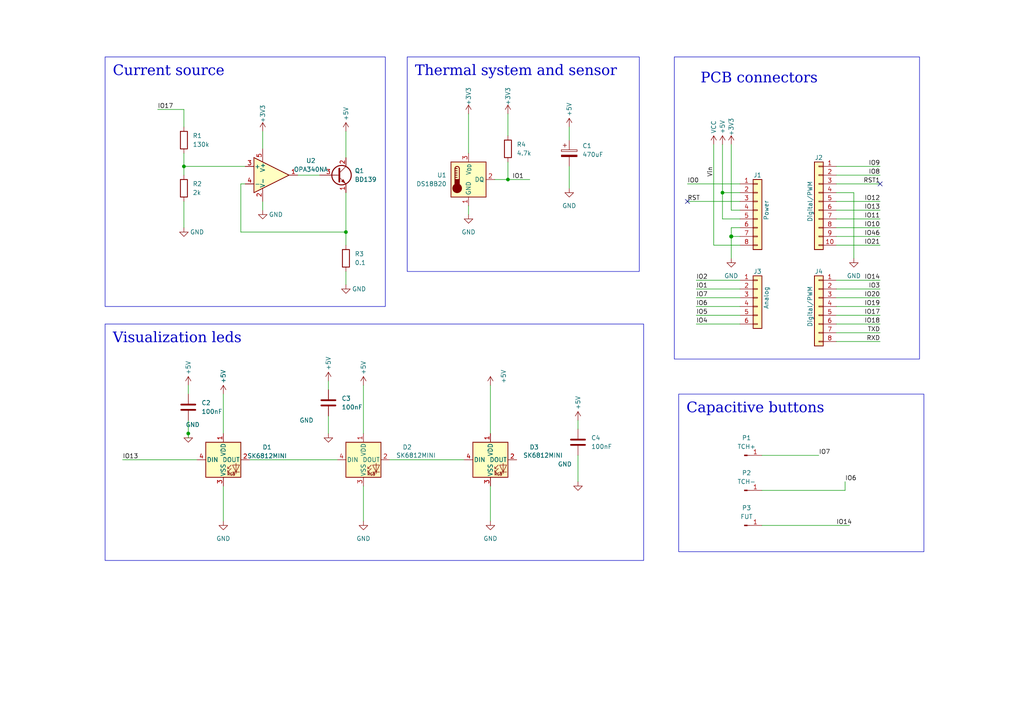
<source format=kicad_sch>
(kicad_sch (version 20230121) (generator eeschema)
  (paper "A4")
  (title_block (title "Thermal system for teaching control and IoT") (date "2024-05-16") (rev "1.2") (company "Leonardo Bermeo") (comment 1 "Universidad Nacional de Colombia") (comment 2 "DIEE"))
  (lib_symbols
    (symbol "+3V3_1" (power) (pin_names (offset 0))
      (property "Value" "+3V3_1" (at 0 3.556 0))
      (symbol "+3V3_1_0_1"
        (polyline (pts (xy -0.762 1.27) (xy 0 2.54)))
        (polyline (pts (xy 0 0) (xy 0 2.54)))
        (polyline (pts (xy 0 2.54) (xy 0.762 1.27)))
      )
      (symbol "+3V3_1_1_1"
        (pin power_in line (at 0 0 90) (length 0) hide (name "+3V3") (number "1"))
      )
    )
    (symbol "+3V3_2" (power) (pin_numbers hide) (pin_names (offset 0) hide)
      (property "Value" "+3V3_2" (at 0 3.556 0))
      (symbol "+3V3_2_0_1"
        (polyline (pts (xy -0.762 1.27) (xy 0 2.54)))
        (polyline (pts (xy 0 0) (xy 0 2.54)))
        (polyline (pts (xy 0 2.54) (xy 0.762 1.27)))
      )
      (symbol "+3V3_2_1_1"
        (pin power_in line (at 0 0 90) (length 0) hide (name "+3V3") (number "1"))
      )
    )
    (symbol "+5V_1" (power) (pin_names (offset 0))
      (property "Value" "+5V_1" (at 0 3.556 0))
      (symbol "+5V_1_0_1"
        (polyline (pts (xy -0.762 1.27) (xy 0 2.54)))
        (polyline (pts (xy 0 0) (xy 0 2.54)))
        (polyline (pts (xy 0 2.54) (xy 0.762 1.27)))
      )
      (symbol "+5V_1_1_1"
        (pin power_in line (at 0 0 90) (length 0) hide (name "+5V") (number "1"))
      )
    )
    (symbol "+5V_2" (power) (pin_numbers hide) (pin_names (offset 0) hide)
      (property "Value" "+5V_2" (at 0 3.556 0))
      (symbol "+5V_2_0_1"
        (polyline (pts (xy -0.762 1.27) (xy 0 2.54)))
        (polyline (pts (xy 0 0) (xy 0 2.54)))
        (polyline (pts (xy 0 2.54) (xy 0.762 1.27)))
      )
      (symbol "+5V_2_1_1"
        (pin power_in line (at 0 0 90) (length 0) hide (name "+5V") (number "1"))
      )
    )
    (symbol "Amplifier_Operational:OPA340NA" (pin_names (offset 0.127))
      (property "Reference" "U" (at -1.27 6.35 0))
      (property "Value" "OPA340NA" (at -1.27 3.81 0))
      (symbol "OPA340NA_0_1"
        (polyline (pts (xy -5.08 5.08) (xy 5.08 0) (xy -5.08 -5.08) (xy -5.08 5.08)) (stroke (width 0.254)) (fill (type background)))
        (pin power_in line (at -2.54 -7.62 90) (length 3.81) (name "V-") (number "2"))
        (pin power_in line (at -2.54 7.62 270) (length 3.81) (name "V+") (number "5"))
      )
      (symbol "OPA340NA_1_1"
        (pin output line (at 7.62 0 180) (length 2.54) (name "~") (number "1"))
        (pin input line (at -7.62 2.54 0) (length 2.54) (name "+") (number "3"))
        (pin input line (at -7.62 -2.54 0) (length 2.54) (name "-") (number "4"))
      )
    )
    (symbol "Connector:Conn_01x01_Pin" (pin_names (offset 1.016) hide)
      (property "Reference" "J" (at 0 2.54 0))
      (property "Value" "Conn_01x01_Pin" (at 0 -2.54 0))
      (symbol "Conn_01x01_Pin_1_1"
        (polyline (pts (xy 1.27 0) (xy 0.8636 0)) (stroke (width 0.1524)))
        (rectangle (start 0.8636 0.127) (end 0 -0.127) (stroke (width 0.1524)) (fill (type outline)))
        (pin passive line (at 5.08 0 180) (length 3.81) (name "Pin_1") (number "1"))
      )
    )
    (symbol "Connector_Generic:Conn_01x06" (pin_names (offset 1.016) hide)
      (property "Reference" "J" (at 0 7.62 0))
      (property "Value" "Conn_01x06" (at 0 -10.16 0))
      (symbol "Conn_01x06_1_1"
        (rectangle (start -1.27 -7.493) (end 0 -7.747) (stroke (width 0.1524)))
        (rectangle (start -1.27 -4.953) (end 0 -5.207) (stroke (width 0.1524)))
        (rectangle (start -1.27 -2.413) (end 0 -2.667) (stroke (width 0.1524)))
        (rectangle (start -1.27 0.127) (end 0 -0.127) (stroke (width 0.1524)))
        (rectangle (start -1.27 2.667) (end 0 2.413) (stroke (width 0.1524)))
        (rectangle (start -1.27 5.207) (end 0 4.953) (stroke (width 0.1524)))
        (rectangle (start -1.27 6.35) (end 1.27 -8.89) (stroke (width 0.254)) (fill (type background)))
        (pin passive line (at -5.08 5.08 0) (length 3.81) (name "Pin_1") (number "1"))
        (pin passive line (at -5.08 2.54 0) (length 3.81) (name "Pin_2") (number "2"))
        (pin passive line (at -5.08 0 0) (length 3.81) (name "Pin_3") (number "3"))
        (pin passive line (at -5.08 -2.54 0) (length 3.81) (name "Pin_4") (number "4"))
        (pin passive line (at -5.08 -5.08 0) (length 3.81) (name "Pin_5") (number "5"))
        (pin passive line (at -5.08 -7.62 0) (length 3.81) (name "Pin_6") (number "6"))
      )
    )
    (symbol "Connector_Generic:Conn_01x08" (pin_names (offset 1.016) hide)
      (property "Reference" "J" (at 0 10.16 0))
      (property "Value" "Conn_01x08" (at 0 -12.7 0))
      (symbol "Conn_01x08_1_1"
        (rectangle (start -1.27 -10.033) (end 0 -10.287) (stroke (width 0.1524)))
        (rectangle (start -1.27 -7.493) (end 0 -7.747) (stroke (width 0.1524)))
        (rectangle (start -1.27 -4.953) (end 0 -5.207) (stroke (width 0.1524)))
        (rectangle (start -1.27 -2.413) (end 0 -2.667) (stroke (width 0.1524)))
        (rectangle (start -1.27 0.127) (end 0 -0.127) (stroke (width 0.1524)))
        (rectangle (start -1.27 2.667) (end 0 2.413) (stroke (width 0.1524)))
        (rectangle (start -1.27 5.207) (end 0 4.953) (stroke (width 0.1524)))
        (rectangle (start -1.27 7.747) (end 0 7.493) (stroke (width 0.1524)))
        (rectangle (start -1.27 8.89) (end 1.27 -11.43) (stroke (width 0.254)) (fill (type background)))
        (pin passive line (at -5.08 7.62 0) (length 3.81) (name "Pin_1") (number "1"))
        (pin passive line (at -5.08 5.08 0) (length 3.81) (name "Pin_2") (number "2"))
        (pin passive line (at -5.08 2.54 0) (length 3.81) (name "Pin_3") (number "3"))
        (pin passive line (at -5.08 0 0) (length 3.81) (name "Pin_4") (number "4"))
        (pin passive line (at -5.08 -2.54 0) (length 3.81) (name "Pin_5") (number "5"))
        (pin passive line (at -5.08 -5.08 0) (length 3.81) (name "Pin_6") (number "6"))
        (pin passive line (at -5.08 -7.62 0) (length 3.81) (name "Pin_7") (number "7"))
        (pin passive line (at -5.08 -10.16 0) (length 3.81) (name "Pin_8") (number "8"))
      )
    )
    (symbol "Connector_Generic:Conn_01x10" (pin_names (offset 1.016) hide)
      (property "Reference" "J" (at 0 12.7 0))
      (property "Value" "Conn_01x10" (at 0 -15.24 0))
      (symbol "Conn_01x10_1_1"
        (rectangle (start -1.27 -12.573) (end 0 -12.827) (stroke (width 0.1524)))
        (rectangle (start -1.27 -10.033) (end 0 -10.287) (stroke (width 0.1524)))
        (rectangle (start -1.27 -7.493) (end 0 -7.747) (stroke (width 0.1524)))
        (rectangle (start -1.27 -4.953) (end 0 -5.207) (stroke (width 0.1524)))
        (rectangle (start -1.27 -2.413) (end 0 -2.667) (stroke (width 0.1524)))
        (rectangle (start -1.27 0.127) (end 0 -0.127) (stroke (width 0.1524)))
        (rectangle (start -1.27 2.667) (end 0 2.413) (stroke (width 0.1524)))
        (rectangle (start -1.27 5.207) (end 0 4.953) (stroke (width 0.1524)))
        (rectangle (start -1.27 7.747) (end 0 7.493) (stroke (width 0.1524)))
        (rectangle (start -1.27 10.287) (end 0 10.033) (stroke (width 0.1524)))
        (rectangle (start -1.27 11.43) (end 1.27 -13.97) (stroke (width 0.254)) (fill (type background)))
        (pin passive line (at -5.08 10.16 0) (length 3.81) (name "Pin_1") (number "1"))
        (pin passive line (at -5.08 -12.7 0) (length 3.81) (name "Pin_10") (number "10"))
        (pin passive line (at -5.08 7.62 0) (length 3.81) (name "Pin_2") (number "2"))
        (pin passive line (at -5.08 5.08 0) (length 3.81) (name "Pin_3") (number "3"))
        (pin passive line (at -5.08 2.54 0) (length 3.81) (name "Pin_4") (number "4"))
        (pin passive line (at -5.08 0 0) (length 3.81) (name "Pin_5") (number "5"))
        (pin passive line (at -5.08 -2.54 0) (length 3.81) (name "Pin_6") (number "6"))
        (pin passive line (at -5.08 -5.08 0) (length 3.81) (name "Pin_7") (number "7"))
        (pin passive line (at -5.08 -7.62 0) (length 3.81) (name "Pin_8") (number "8"))
        (pin passive line (at -5.08 -10.16 0) (length 3.81) (name "Pin_9") (number "9"))
      )
    )
    (symbol "Device:C" (pin_numbers hide) (pin_names (offset 0.254))
      (property "Reference" "C" (at 0.635 2.54 0))
      (property "Value" "C" (at 0.635 -2.54 0))
      (symbol "C_0_1"
        (polyline (pts (xy -2.032 -0.762) (xy 2.032 -0.762)) (stroke (width 0.508)))
        (polyline (pts (xy -2.032 0.762) (xy 2.032 0.762)) (stroke (width 0.508)))
      )
      (symbol "C_1_1"
        (pin passive line (at 0 3.81 270) (length 2.794) (name "~") (number "1"))
        (pin passive line (at 0 -3.81 90) (length 2.794) (name "~") (number "2"))
      )
    )
    (symbol "Device:C_Polarized" (pin_numbers hide) (pin_names (offset 0.254))
      (property "Reference" "C" (at 0.635 2.54 0))
      (property "Value" "C_Polarized" (at 0.635 -2.54 0))
      (symbol "C_Polarized_0_1"
        (rectangle (start -2.286 0.508) (end 2.286 1.016))
        (polyline (pts (xy -1.778 2.286) (xy -0.762 2.286)))
        (polyline (pts (xy -1.27 2.794) (xy -1.27 1.778)))
        (rectangle (start 2.286 -0.508) (end -2.286 -1.016) (fill (type outline)))
      )
      (symbol "C_Polarized_1_1"
        (pin passive line (at 0 3.81 270) (length 2.794) (name "~") (number "1"))
        (pin passive line (at 0 -3.81 90) (length 2.794) (name "~") (number "2"))
      )
    )
    (symbol "Device:R" (pin_numbers hide) (pin_names (offset 0))
      (property "Reference" "R" (at 2.032 0 90))
      (property "Value" "R" (at 0 0 90))
      (symbol "R_0_1"
        (rectangle (start -1.016 -2.54) (end 1.016 2.54) (stroke (width 0.254)))
      )
      (symbol "R_1_1"
        (pin passive line (at 0 3.81 270) (length 1.27) (name "~") (number "1"))
        (pin passive line (at 0 -3.81 90) (length 1.27) (name "~") (number "2"))
      )
    )
    (symbol "GND_1" (power) (pin_names (offset 0))
      (property "Value" "GND_1" (at 0 -3.81 0))
      (symbol "GND_1_0_1"
        (polyline (pts (xy 0 0) (xy 0 -1.27) (xy 1.27 -1.27) (xy 0 -2.54) (xy -1.27 -1.27) (xy 0 -1.27)))
      )
      (symbol "GND_1_1_1"
        (pin power_in line (at 0 0 270) (length 0) hide (name "GND") (number "1"))
      )
    )
    (symbol "GND_2" (power) (pin_numbers hide) (pin_names (offset 0) hide)
      (property "Value" "GND_2" (at 0 -3.81 0))
      (symbol "GND_2_0_1"
        (polyline (pts (xy 0 0) (xy 0 -1.27) (xy 1.27 -1.27) (xy 0 -2.54) (xy -1.27 -1.27) (xy 0 -1.27)))
      )
      (symbol "GND_2_1_1"
        (pin power_in line (at 0 0 270) (length 0) hide (name "GND") (number "1"))
      )
    )
    (symbol "GND_3" (power) (pin_numbers hide) (pin_names (offset 0) hide)
      (property "Value" "GND_3" (at 0 -3.81 0))
      (symbol "GND_3_0_1"
        (polyline (pts (xy 0 0) (xy 0 -1.27) (xy 1.27 -1.27) (xy 0 -2.54) (xy -1.27 -1.27) (xy 0 -1.27)))
      )
      (symbol "GND_3_1_1"
        (pin power_in line (at 0 0 270) (length 0) hide (name "GND") (number "1"))
      )
    )
    (symbol "GND_4" (power) (pin_numbers hide) (pin_names (offset 0) hide)
      (property "Value" "GND_4" (at 0 -3.81 0))
      (symbol "GND_4_0_1"
        (polyline (pts (xy 0 0) (xy 0 -1.27) (xy 1.27 -1.27) (xy 0 -2.54) (xy -1.27 -1.27) (xy 0 -1.27)))
      )
      (symbol "GND_4_1_1"
        (pin power_in line (at 0 0 270) (length 0) hide (name "GND") (number "1"))
      )
    )
    (symbol "LED:WS2812B" (pin_names (offset 0.254))
      (property "Reference" "D" (at 5.08 5.715 0))
      (property "Value" "WS2812B" (at 1.27 -5.715 0))
      (symbol "WS2812B_0_0"
        (text "RGB" (at 2.286 -4.191 0) (effects (font (size 0.762 0.762))))
      )
      (symbol "WS2812B_0_1"
        (polyline (pts (xy 1.27 -3.556) (xy 1.778 -3.556)))
        (polyline (pts (xy 1.27 -2.54) (xy 1.778 -2.54)))
        (polyline (pts (xy 4.699 -3.556) (xy 2.667 -3.556)))
        (polyline (pts (xy 2.286 -2.54) (xy 1.27 -3.556) (xy 1.27 -3.048)))
        (polyline (pts (xy 2.286 -1.524) (xy 1.27 -2.54) (xy 1.27 -2.032)))
        (polyline (pts (xy 3.683 -1.016) (xy 3.683 -3.556) (xy 3.683 -4.064)))
        (polyline (pts (xy 4.699 -1.524) (xy 2.667 -1.524) (xy 3.683 -3.556) (xy 4.699 -1.524)))
        (rectangle (start 5.08 5.08) (end -5.08 -5.08) (stroke (width 0.254)) (fill (type background)))
      )
      (symbol "WS2812B_1_1"
        (pin power_in line (at 0 7.62 270) (length 2.54) (name "VDD") (number "1"))
        (pin output line (at 7.62 0 180) (length 2.54) (name "DOUT") (number "2"))
        (pin power_in line (at 0 -7.62 90) (length 2.54) (name "VSS") (number "3"))
        (pin input line (at -7.62 0 0) (length 2.54) (name "DIN") (number "4"))
      )
    )
    (symbol "Sensor_Temperature:DS18B20"
      (property "Reference" "U" (at -3.81 6.35 0))
      (property "Value" "DS18B20" (at 6.35 6.35 0))
      (symbol "DS18B20_0_1"
        (rectangle (start -5.08 5.08) (end 5.08 -5.08) (stroke (width 0.254)) (fill (type background)))
        (circle (center -3.302 -2.54) (radius 1.27) (stroke (width 0.254)) (fill (type outline)))
        (rectangle (start -2.667 -1.905) (end -3.937 0) (stroke (width 0.254)) (fill (type outline)))
        (arc (start -2.667 3.175) (mid -3.302 3.8073) (end -3.937 3.175) (stroke (width 0.254)))
        (polyline (pts (xy -3.937 0.635) (xy -3.302 0.635)) (stroke (width 0.254)))
        (polyline (pts (xy -3.937 1.27) (xy -3.302 1.27)) (stroke (width 0.254)))
        (polyline (pts (xy -3.937 1.905) (xy -3.302 1.905)) (stroke (width 0.254)))
        (polyline (pts (xy -3.937 2.54) (xy -3.302 2.54)) (stroke (width 0.254)))
        (polyline (pts (xy -3.937 3.175) (xy -3.937 0)) (stroke (width 0.254)))
        (polyline (pts (xy -3.937 3.175) (xy -3.302 3.175)) (stroke (width 0.254)))
        (polyline (pts (xy -2.667 3.175) (xy -2.667 0)) (stroke (width 0.254)))
      )
      (symbol "DS18B20_1_1"
        (pin power_in line (at 0 -7.62 90) (length 2.54) (name "GND") (number "1"))
        (pin bidirectional line (at 7.62 0 180) (length 2.54) (name "DQ") (number "2"))
        (pin power_in line (at 0 7.62 270) (length 2.54) (name "V_{DD}") (number "3"))
      )
    )
    (symbol "Transistor_BJT:BD139" (pin_names (offset 0) hide)
      (property "Reference" "Q" (at 5.08 1.905 0))
      (property "Value" "BD139" (at 5.08 0 0))
      (symbol "BD139_0_1"
        (polyline (pts (xy 0 0) (xy 0.635 0)))
        (polyline (pts (xy 2.54 -2.54) (xy 0.635 -0.635)))
        (polyline (pts (xy 2.54 2.54) (xy 0.635 0.635)))
        (polyline (pts (xy 0.635 1.905) (xy 0.635 -1.905) (xy 0.635 -1.905)) (stroke (width 0.508)) (fill (type outline)))
        (polyline (pts (xy 1.2446 -1.778) (xy 1.7526 -1.27) (xy 2.286 -2.286) (xy 1.2446 -1.778) (xy 1.2446 -1.778)) (fill (type outline)))
        (circle (center 1.27 0) (radius 2.8194) (stroke (width 0.3048)))
      )
      (symbol "BD139_1_1"
        (pin passive line (at 2.54 -5.08 90) (length 2.54) (name "E") (number "1"))
        (pin passive line (at 2.54 5.08 270) (length 2.54) (name "C") (number "2"))
        (pin input line (at -5.08 0 0) (length 5.08) (name "B") (number "3"))
      )
    )
    (symbol "VCC_1" (power) (pin_names (offset 0))
      (property "Value" "VCC_1" (at 0 3.81 0))
      (symbol "VCC_1_0_1"
        (polyline (pts (xy -0.762 1.27) (xy 0 2.54)))
        (polyline (pts (xy 0 0) (xy 0 2.54)))
        (polyline (pts (xy 0 2.54) (xy 0.762 1.27)))
      )
      (symbol "VCC_1_1_1"
        (pin power_in line (at 0 0 90) (length 0) hide (name "VCC") (number "1"))
      )
    )
  )
  (junction (at 54.61 125.73))
  (junction (at 212.09 68.58) (diameter 1.016))
  (junction (at 147.32 52.07))
  (junction (at 209.55 55.88))
  (junction (at 53.34 48.26))
  (junction (at 100.33 67.31))
  (no_connect (at 199.39 58.42))
  (no_connect (at 255.27 53.34))
  (wire (pts (xy 242.57 99.06) (xy 255.27 99.06)))
  (wire (pts (xy 76.2 38.1) (xy 76.2 43.18)))
  (wire (pts (xy 69.85 67.31) (xy 100.33 67.31)))
  (wire (pts (xy 242.57 66.04) (xy 255.27 66.04)))
  (wire (pts (xy 53.34 44.45) (xy 53.34 48.26)))
  (wire (pts (xy 95.25 110.49) (xy 95.25 113.03)))
  (wire (pts (xy 242.57 48.26) (xy 255.27 48.26)))
  (wire (pts (xy 209.55 55.88) (xy 214.63 55.88)))
  (wire (pts (xy 100.33 55.88) (xy 100.33 67.31)))
  (wire (pts (xy 113.03 133.35) (xy 134.62 133.35)))
  (wire (pts (xy 142.24 111.76) (xy 142.24 125.73)))
  (wire (pts (xy 147.32 33.02) (xy 147.32 39.37)))
  (wire (pts (xy 212.09 66.04) (xy 212.09 68.58)))
  (wire (pts (xy 53.34 48.26) (xy 53.34 50.8)))
  (wire (pts (xy 201.93 93.98) (xy 214.63 93.98)))
  (wire (pts (xy 69.85 53.34) (xy 71.12 53.34)))
  (wire (pts (xy 212.09 68.58) (xy 212.09 74.93)))
  (wire (pts (xy 167.64 132.08) (xy 167.64 139.7)))
  (wire (pts (xy 212.09 60.96) (xy 214.63 60.96)))
  (wire (pts (xy 209.55 63.5) (xy 214.63 63.5)))
  (wire (pts (xy 209.55 41.91) (xy 209.55 55.88)))
  (wire (pts (xy 247.65 55.88) (xy 247.65 74.93)))
  (wire (pts (xy 242.57 58.42) (xy 255.27 58.42)))
  (wire (pts (xy 69.85 53.34) (xy 69.85 67.31)))
  (wire (pts (xy 76.2 58.42) (xy 76.2 60.96)))
  (wire (pts (xy 212.09 41.91) (xy 212.09 60.96)))
  (wire (pts (xy 242.57 81.28) (xy 255.27 81.28)))
  (wire (pts (xy 214.63 81.28) (xy 201.93 81.28)))
  (wire (pts (xy 242.57 60.96) (xy 255.27 60.96)))
  (wire (pts (xy 220.98 132.08) (xy 237.49 132.08)))
  (wire (pts (xy 242.57 83.82) (xy 255.27 83.82)))
  (wire (pts (xy 53.34 58.42) (xy 53.34 66.04)))
  (wire (pts (xy 95.25 120.65) (xy 95.25 125.73)))
  (wire (pts (xy 199.39 53.34) (xy 214.63 53.34)))
  (wire (pts (xy 242.57 68.58) (xy 255.27 68.58)))
  (wire (pts (xy 147.32 52.07) (xy 153.67 52.07)))
  (wire (pts (xy 242.57 88.9) (xy 255.27 88.9)))
  (wire (pts (xy 35.56 133.35) (xy 57.15 133.35)))
  (wire (pts (xy 135.89 59.69) (xy 135.89 62.23)))
  (wire (pts (xy 53.34 31.75) (xy 53.34 36.83)))
  (wire (pts (xy 54.61 121.92) (xy 54.61 125.73)))
  (wire (pts (xy 135.89 33.02) (xy 135.89 44.45)))
  (wire (pts (xy 142.24 140.97) (xy 142.24 151.13)))
  (wire (pts (xy 100.33 67.31) (xy 100.33 71.12)))
  (wire (pts (xy 242.57 53.34) (xy 255.27 53.34)))
  (wire (pts (xy 100.33 78.74) (xy 100.33 82.55)))
  (wire (pts (xy 45.72 31.75) (xy 53.34 31.75)))
  (wire (pts (xy 214.63 86.36) (xy 201.93 86.36)))
  (wire (pts (xy 199.39 58.42) (xy 214.63 58.42)))
  (wire (pts (xy 214.63 68.58) (xy 212.09 68.58)))
  (wire (pts (xy 245.11 139.7) (xy 245.11 142.24)))
  (wire (pts (xy 214.63 71.12) (xy 207.01 71.12)))
  (wire (pts (xy 220.98 142.24) (xy 245.11 142.24)))
  (wire (pts (xy 167.64 121.92) (xy 167.64 124.46)))
  (wire (pts (xy 201.93 83.82) (xy 214.63 83.82)))
  (wire (pts (xy 105.41 140.97) (xy 105.41 151.13)))
  (wire (pts (xy 100.33 38.1) (xy 100.33 45.72)))
  (wire (pts (xy 242.57 55.88) (xy 247.65 55.88)))
  (wire (pts (xy 214.63 66.04) (xy 212.09 66.04)))
  (wire (pts (xy 72.39 133.35) (xy 97.79 133.35)))
  (wire (pts (xy 54.61 125.73) (xy 54.61 127)))
  (wire (pts (xy 242.57 63.5) (xy 255.27 63.5)))
  (wire (pts (xy 64.77 140.97) (xy 64.77 151.13)))
  (wire (pts (xy 209.55 55.88) (xy 209.55 63.5)))
  (wire (pts (xy 220.98 152.4) (xy 246.38 152.4)))
  (wire (pts (xy 242.57 86.36) (xy 255.27 86.36)))
  (wire (pts (xy 201.93 88.9) (xy 214.63 88.9)))
  (wire (pts (xy 54.61 111.76) (xy 54.61 114.3)))
  (wire (pts (xy 86.36 50.8) (xy 92.71 50.8)))
  (wire (pts (xy 71.12 48.26) (xy 53.34 48.26)))
  (wire (pts (xy 242.57 50.8) (xy 255.27 50.8)))
  (wire (pts (xy 105.41 111.76) (xy 105.41 125.73)))
  (wire (pts (xy 147.32 46.99) (xy 147.32 52.07)))
  (wire (pts (xy 242.57 93.98) (xy 255.27 93.98)))
  (wire (pts (xy 242.57 91.44) (xy 255.27 91.44)))
  (wire (pts (xy 165.1 36.83) (xy 165.1 40.64)))
  (wire (pts (xy 64.77 114.3) (xy 64.77 125.73)))
  (wire (pts (xy 165.1 48.26) (xy 165.1 54.61)))
  (wire (pts (xy 242.57 96.52) (xy 255.27 96.52)))
  (wire (pts (xy 207.01 41.91) (xy 207.01 71.12)))
  (wire (pts (xy 143.51 52.07) (xy 147.32 52.07)))
  (wire (pts (xy 214.63 91.44) (xy 201.93 91.44)))
  (wire (pts (xy 242.57 71.12) (xy 255.27 71.12)))
  (rectangle (start 195.58 16.51) (end 266.7 104.14))
  (text_box "Visualization leds" (at 30.48 93.98 0) (size 156.21 68.58) (effects (font (size 3 3)) (justify left top)))
  (text_box "Capacitive buttons" (at 196.85 114.3 0) (size 71.12 45.72) (effects (font (size 3 3)) (justify left top)))
  (text_box "Thermal system and sensor" (at 118.11 16.51 0) (size 67.31 62.23) (effects (font (size 3 3)) (justify left top)))
  (text_box "Current source" (at 30.48 16.51 0) (size 81.28 72.39) (effects (font (size 3 3)) (justify left top)))
  (text "PCB connectors" (at 203.2 25.4 0) (effects (font (size 3 3)) (justify left bottom)))
  (label "RXD" (at 255.27 99.06 180))
  (label "IO7" (at 201.93 86.36 0))
  (label "IO19" (at 255.27 88.9 180))
  (label "IO7" (at 237.49 132.08 0))
  (label "IO18" (at 255.27 93.98 180))
  (label "IO6" (at 201.93 88.9 0))
  (label "IO12" (at 255.27 58.42 180))
  (label "IO13" (at 255.27 60.96 180))
  (label "RST" (at 199.39 58.42 0))
  (label "IO10" (at 255.27 66.04 180))
  (label "IO13" (at 35.56 133.35 0))
  (label "IO14" (at 255.27 81.28 180))
  (label "IO8" (at 255.27 50.8 180))
  (label "IO21" (at 255.27 71.12 180))
  (label "IO17" (at 45.72 31.75 0))
  (label "IO11" (at 255.27 63.5 180))
  (label "IO17" (at 255.27 91.44 180))
  (label "IO1" (at 148.59 52.07 0))
  (label "IO1" (at 201.93 83.82 0))
  (label "TXD" (at 255.27 96.52 180))
  (label "IO2" (at 201.93 81.28 0))
  (label "RST1" (at 255.27 53.34 180))
  (label "Vin" (at 207.01 48.26 270))
  (label "IO3" (at 255.27 83.82 180))
  (label "IO9" (at 255.27 48.26 180))
  (label "IO46" (at 255.27 68.58 180))
  (label "IO14" (at 242.57 152.4 0))
  (label "IO20" (at 255.27 86.36 180))
  (label "IO5" (at 201.93 91.44 0))
  (label "IO4" (at 201.93 93.98 0))
  (label "IO6" (at 245.11 139.7 0))
  (label "IO0" (at 199.39 53.34 0))
  (symbol (lib_id "Connector_Generic:Conn_01x08") (at 219.71 60.96 0) (unit 1)
    (property "Reference" "J1" (at 219.71 50.8 0))
    (property "Value" "Power" (at 222.25 60.96 90))
    (property "Footprint" "Connector_PinSocket_2.54mm:PinSocket_1x08_P2.54mm_Vertical" (effects hide))
  )
  (symbol (lib_id "Connector_Generic:Conn_01x10") (at 237.49 58.42 0) (mirror y) (unit 1)
    (property "Reference" "J2" (at 237.49 45.72 0))
    (property "Value" "Digital/PWM" (at 234.95 58.42 90))
    (property "Footprint" "Connector_PinSocket_2.54mm:PinSocket_1x10_P2.54mm_Vertical" (effects hide))
  )
  (symbol (lib_id "Connector_Generic:Conn_01x06") (at 219.71 86.36 0) (unit 1)
    (property "Reference" "J3" (at 219.71 78.74 0))
    (property "Value" "Analog" (at 222.25 86.36 90))
    (property "Footprint" "Connector_PinSocket_2.54mm:PinSocket_1x06_P2.54mm_Vertical" (effects hide))
  )
  (symbol (lib_id "Connector_Generic:Conn_01x08") (at 237.49 88.9 0) (mirror y) (unit 1)
    (property "Reference" "J4" (at 237.49 78.74 0))
    (property "Value" "Digital/PWM" (at 234.95 88.9 90))
    (property "Footprint" "Connector_PinSocket_2.54mm:PinSocket_1x08_P2.54mm_Vertical" (effects hide))
  )
  (symbol (lib_id "Device:R") (at 147.32 43.18 0) (unit 1)
    (property "Reference" "R4" (at 149.86 41.91 0) (effects (justify left)))
    (property "Value" "4.7k" (at 149.86 44.45 0) (effects (justify left)))
    (property "Footprint" "Resistor_SMD:R_0805_2012Metric_Pad1.20x1.40mm_HandSolder" (effects hide))
  )
  (symbol (lib_id "LED:WS2812B") (at 64.77 133.35 0) (unit 1)
    (property "Reference" "D1" (at 77.47 129.7021 0))
    (property "Value" "SK6812MINI" (at 77.47 132.2421 0))
    (property "Footprint" "LED_SMD:LED_SK6812MINI_PLCC4_3.5x3.5mm_P1.75mm" (effects hide))
    (property "Datasheet" "https://cdn-shop.adafruit.com/datasheets/WS2812B.pdf" (effects hide))
  )
  (symbol (lib_name "+5V_1") (lib_id "power:+5V") (at 95.25 110.49 0) (unit 1)
    (property "Reference" "#PWR022" (effects hide))
    (property "Value" "+5V" (at 95.25 105.41 90))
  )
  (symbol (lib_name "+5V_1") (lib_id "power:+5V") (at 105.41 111.76 0) (unit 1)
    (property "Reference" "#PWR017" (effects hide))
    (property "Value" "+5V" (at 105.41 106.68 90))
  )
  (symbol (lib_name "+5V_1") (lib_id "power:+5V") (at 209.55 41.91 0) (unit 1)
    (property "Reference" "#PWR01" (effects hide))
    (property "Value" "+5V" (at 209.55 36.83 90))
  )
  (symbol (lib_id "Device:C_Polarized") (at 165.1 44.45 0) (unit 1)
    (property "Reference" "C1" (at 168.91 42.291 0) (effects (justify left)))
    (property "Value" "470uF" (at 168.91 44.831 0) (effects (justify left)))
    (property "Footprint" "Capacitor_Tantalum_SMD:CP_EIA-7343-30_AVX-N_Pad2.25x2.55mm_HandSolder" (effects hide))
  )
  (symbol (lib_name "GND_1") (lib_id "power:GND") (at 142.24 151.13 0) (unit 1)
    (property "Reference" "#PWR025" (effects hide))
    (property "Value" "GND" (at 142.24 156.21 0))
  )
  (symbol (lib_name "GND_1") (lib_id "power:GND") (at 135.89 62.23 0) (unit 1)
    (property "Reference" "#PWR07" (effects hide))
    (property "Value" "GND" (at 135.89 67.31 0))
  )
  (symbol (lib_id "Device:R") (at 53.34 54.61 180) (unit 1)
    (property "Reference" "R2" (at 55.88 53.34 0) (effects (justify right)))
    (property "Value" "2k" (at 55.88 55.88 0) (effects (justify right)))
    (property "Footprint" "Resistor_SMD:R_0805_2012Metric_Pad1.20x1.40mm_HandSolder" (effects hide))
  )
  (symbol (lib_id "LED:WS2812B") (at 142.24 133.35 0) (unit 1)
    (property "Reference" "D3" (at 154.94 129.7021 0))
    (property "Value" "SK6812MINI" (at 157.48 132.08 0))
    (property "Footprint" "LED_SMD:LED_SK6812MINI_PLCC4_3.5x3.5mm_P1.75mm" (effects hide))
    (property "Datasheet" "https://cdn-shop.adafruit.com/datasheets/WS2812B.pdf" (effects hide))
  )
  (symbol (lib_id "Transistor_BJT:BD139") (at 97.79 50.8 0) (unit 1)
    (property "Reference" "Q1" (at 102.87 49.53 0) (effects (justify left)))
    (property "Value" "BD139" (at 102.87 52.07 0) (effects (justify left)))
    (property "Footprint" "Package_TO_SOT_THT:TO-126-3_Vertical" (effects hide))
    (property "Datasheet" "http://www.st.com/internet/com/TECHNICAL_RESOURCES/TECHNICAL_LITERATURE/DATASHEET/CD00001225.pdf" (effects hide))
  )
  (symbol (lib_id "Amplifier_Operational:OPA340NA") (at 78.74 50.8 0) (unit 1)
    (property "Reference" "U2" (at 90.17 46.6091 0))
    (property "Value" "OPA340NA" (at 90.17 49.1491 0))
    (property "Footprint" "Package_TO_SOT_SMD:SOT-23-5" (effects hide))
    (property "Datasheet" "http://www.ti.com/lit/ds/symlink/opa340.pdf" (effects hide))
  )
  (symbol (lib_name "GND_1") (lib_id "power:GND") (at 165.1 54.61 0) (unit 1)
    (property "Reference" "#PWR012" (effects hide))
    (property "Value" "GND" (at 165.1 59.69 0))
  )
  (symbol (lib_id "Device:R") (at 100.33 74.93 0) (unit 1)
    (property "Reference" "R3" (at 102.87 73.66 0) (effects (justify left)))
    (property "Value" "0.1" (at 102.87 76.2 0) (effects (justify left)))
    (property "Footprint" "Resistor_SMD:R_0805_2012Metric_Pad1.20x1.40mm_HandSolder" (effects hide))
  )
  (symbol (lib_name "+5V_1") (lib_id "power:+5V") (at 165.1 36.83 0) (unit 1)
    (property "Reference" "#PWR011" (effects hide))
    (property "Value" "+5V" (at 165.1 31.75 90))
  )
  (symbol (lib_name "GND_1") (lib_id "power:GND") (at 167.64 139.7 0) (unit 1)
    (property "Reference" "#PWR027" (effects hide))
    (property "Value" "GND" (at 163.83 134.62 0))
  )
  (symbol (lib_name "+5V_1") (lib_id "power:+5V") (at 142.24 111.76 0) (unit 1)
    (property "Reference" "#PWR024" (effects hide))
    (property "Value" "+5V" (at 146.05 109.22 90))
  )
  (symbol (lib_name "GND_2") (lib_id "power:GND") (at 76.2 60.96 0) (unit 1)
    (property "Reference" "#PWR014" (effects hide))
    (property "Value" "GND" (at 80.01 62.23 0))
  )
  (symbol (lib_name "GND_1") (lib_id "power:GND") (at 212.09 74.93 0) (unit 1)
    (property "Reference" "#PWR06" (effects hide))
    (property "Value" "GND" (at 212.09 80.01 0))
  )
  (symbol (lib_id "Sensor_Temperature:DS18B20") (at 135.89 52.07 0) (unit 1)
    (property "Reference" "U1" (at 129.54 50.8 0) (effects (justify right)))
    (property "Value" "DS18B20" (at 129.54 53.34 0) (effects (justify right)))
    (property "Footprint" "Package_TO_SOT_THT:TO-92_Inline" (effects hide))
    (property "Datasheet" "http://datasheets.maximintegrated.com/en/ds/DS18B20.pdf" (effects hide))
  )
  (symbol (lib_id "Device:C") (at 54.61 118.11 0) (unit 1)
    (property "Reference" "C2" (at 58.42 116.84 0) (effects (justify left)))
    (property "Value" "100nF" (at 58.42 119.38 0) (effects (justify left)))
    (property "Footprint" "Capacitor_SMD:C_0805_2012Metric_Pad1.18x1.45mm_HandSolder" (effects hide))
  )
  (symbol (lib_id "Device:R") (at 53.34 40.64 180) (unit 1)
    (property "Reference" "R1" (at 55.88 39.37 0) (effects (justify right)))
    (property "Value" "130k" (at 55.88 41.91 0) (effects (justify right)))
    (property "Footprint" "Resistor_SMD:R_0805_2012Metric_Pad1.20x1.40mm_HandSolder" (effects hide))
  )
  (symbol (lib_id "Device:C") (at 167.64 128.27 0) (unit 1)
    (property "Reference" "C4" (at 171.45 127 0) (effects (justify left)))
    (property "Value" "100nF" (at 171.45 129.54 0) (effects (justify left)))
    (property "Footprint" "Capacitor_SMD:C_0805_2012Metric_Pad1.18x1.45mm_HandSolder" (effects hide))
  )
  (symbol (lib_name "+5V_2") (lib_id "power:+5V") (at 100.33 38.1 0) (unit 1)
    (property "Reference" "#PWR09" (effects hide))
    (property "Value" "+5V" (at 100.33 33.02 90))
  )
  (symbol (lib_name "+3V3_1") (lib_id "power:+3V3") (at 212.09 41.91 0) (unit 1)
    (property "Reference" "#PWR02" (effects hide))
    (property "Value" "+3V3" (at 212.09 36.83 90))
  )
  (symbol (lib_name "+3V3_2") (lib_id "power:+3V3") (at 76.2 38.1 0) (unit 1)
    (property "Reference" "#PWR015" (effects hide))
    (property "Value" "+3V3" (at 76.2 33.02 90))
  )
  (symbol (lib_name "+3V3_1") (lib_id "power:+3V3") (at 135.89 33.02 0) (unit 1)
    (property "Reference" "#PWR03" (effects hide))
    (property "Value" "+3V3" (at 135.89 27.94 90))
  )
  (symbol (lib_id "Connector:Conn_01x01_Pin") (at 215.9 152.4 0) (unit 1)
    (property "Reference" "P3" (at 216.535 147.32 0))
    (property "Value" "FUT" (at 216.535 149.86 0))
    (property "Footprint" "MountingHole:MountingHole_5mm_Pad_TopOnly" (effects hide))
  )
  (symbol (lib_id "Connector:Conn_01x01_Pin") (at 215.9 132.08 0) (unit 1)
    (property "Reference" "P1" (at 216.535 127 0))
    (property "Value" "TCH+" (at 216.535 129.54 0))
    (property "Footprint" "MountingHole:MountingHole_5mm_Pad_TopOnly" (effects hide))
  )
  (symbol (lib_name "GND_1") (lib_id "power:GND") (at 105.41 151.13 0) (unit 1)
    (property "Reference" "#PWR019" (effects hide))
    (property "Value" "GND" (at 105.41 156.21 0))
  )
  (symbol (lib_name "GND_1") (lib_id "power:GND") (at 64.77 151.13 0) (unit 1)
    (property "Reference" "#PWR018" (effects hide))
    (property "Value" "GND" (at 64.77 156.21 0))
  )
  (symbol (lib_name "GND_1") (lib_id "power:GND") (at 247.65 74.93 0) (unit 1)
    (property "Reference" "#PWR04" (effects hide))
    (property "Value" "GND" (at 247.65 80.01 0))
  )
  (symbol (lib_name "GND_1") (lib_id "power:GND") (at 95.25 125.73 0) (unit 1)
    (property "Reference" "#PWR023" (effects hide))
    (property "Value" "GND" (at 88.9 121.92 0))
  )
  (symbol (lib_name "GND_1") (lib_id "power:GND") (at 54.61 125.73 0) (unit 1)
    (property "Reference" "#PWR021" (effects hide))
    (property "Value" "GND" (at 55.88 123.19 0))
  )
  (symbol (lib_name "GND_3") (lib_id "power:GND") (at 100.33 82.55 0) (unit 1)
    (property "Reference" "#PWR010" (effects hide))
    (property "Value" "GND" (at 104.14 83.82 0))
  )
  (symbol (lib_id "Connector:Conn_01x01_Pin") (at 215.9 142.24 0) (unit 1)
    (property "Reference" "P2" (at 216.535 137.16 0))
    (property "Value" "TCH-" (at 216.535 139.7 0))
    (property "Footprint" "MountingHole:MountingHole_5mm_Pad_TopOnly" (effects hide))
  )
  (symbol (lib_id "LED:WS2812B") (at 105.41 133.35 0) (unit 1)
    (property "Reference" "D2" (at 118.11 129.7021 0))
    (property "Value" "SK6812MINI" (at 120.65 132.08 0))
    (property "Footprint" "LED_SMD:LED_SK6812MINI_PLCC4_3.5x3.5mm_P1.75mm" (effects hide))
    (property "Datasheet" "https://cdn-shop.adafruit.com/datasheets/WS2812B.pdf" (effects hide))
  )
  (symbol (lib_id "Device:C") (at 95.25 116.84 0) (unit 1)
    (property "Reference" "C3" (at 99.06 115.57 0) (effects (justify left)))
    (property "Value" "100nF" (at 99.06 118.11 0) (effects (justify left)))
    (property "Footprint" "Capacitor_SMD:C_0805_2012Metric_Pad1.18x1.45mm_HandSolder" (effects hide))
  )
  (symbol (lib_name "+5V_1") (lib_id "power:+5V") (at 54.61 111.76 0) (unit 1)
    (property "Reference" "#PWR020" (effects hide))
    (property "Value" "+5V" (at 54.61 106.68 90))
  )
  (symbol (lib_name "+5V_1") (lib_id "power:+5V") (at 64.77 114.3 0) (unit 1)
    (property "Reference" "#PWR016" (effects hide))
    (property "Value" "+5V" (at 64.77 109.22 90))
  )
  (symbol (lib_name "GND_4") (lib_id "power:GND") (at 53.34 66.04 0) (unit 1)
    (property "Reference" "#PWR013" (effects hide))
    (property "Value" "GND" (at 57.15 67.31 0))
  )
  (symbol (lib_name "VCC_1") (lib_id "power:VCC") (at 207.01 41.91 0) (unit 1)
    (property "Reference" "#PWR05" (effects hide))
    (property "Value" "VCC" (at 207.01 36.83 90))
  )
  (symbol (lib_name "+3V3_1") (lib_id "power:+3V3") (at 147.32 33.02 0) (unit 1)
    (property "Reference" "#PWR08" (effects hide))
    (property "Value" "+3V3" (at 147.32 27.94 90))
  )
  (symbol (lib_name "+5V_1") (lib_id "power:+5V") (at 167.64 121.92 0) (unit 1)
    (property "Reference" "#PWR026" (effects hide))
    (property "Value" "+5V" (at 167.64 116.84 90))
  )
)
</source>
